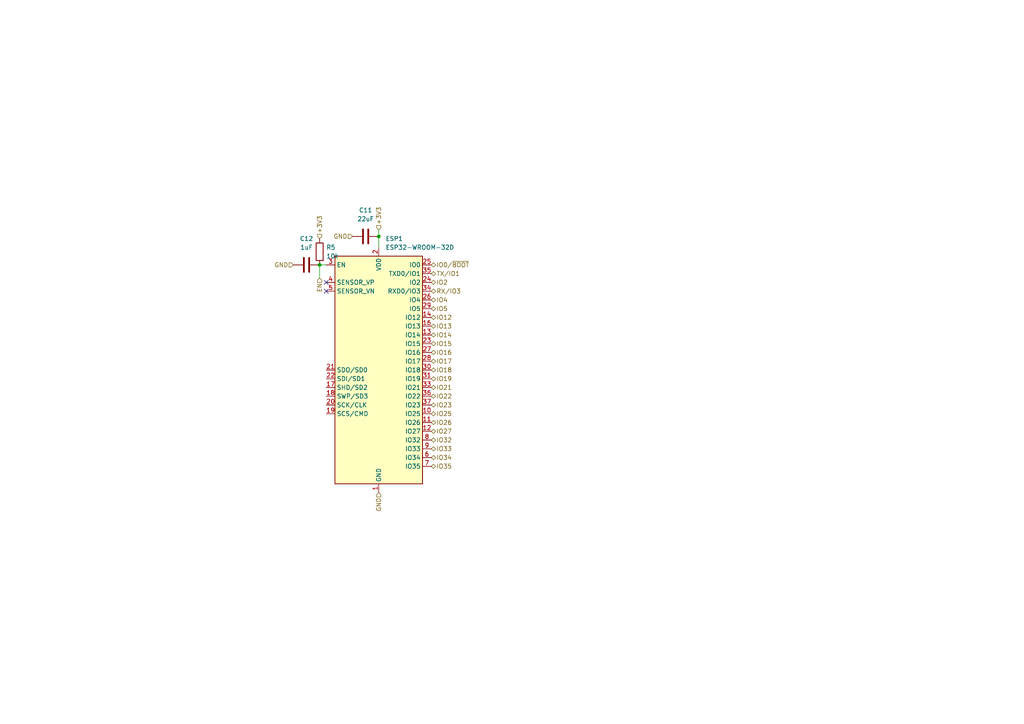
<source format=kicad_sch>
(kicad_sch (version 20230121) (generator eeschema)
  (paper "A4")
  (lib_symbols
    (symbol "Device:C" (pin_numbers hide) (pin_names (offset 0.254))
      (property "Reference" "C" (at 0.635 2.54 0))
      (property "Value" "C" (at 0.635 -2.54 0))
      (symbol "C_0_1"
        (polyline (pts (xy -2.032 -0.762) (xy 2.032 -0.762)) (stroke (width 0.508)))
        (polyline (pts (xy -2.032 0.762) (xy 2.032 0.762)) (stroke (width 0.508)))
      )
      (symbol "C_1_1"
        (pin passive line (at 0 3.81 270) (length 2.794) (name "~") (number "1"))
        (pin passive line (at 0 -3.81 90) (length 2.794) (name "~") (number "2"))
      )
    )
    (symbol "Device:R" (pin_numbers hide) (pin_names (offset 0))
      (property "Reference" "R" (at 2.032 0 90))
      (property "Value" "R" (at 0 0 90))
      (symbol "R_0_1"
        (rectangle (start -1.016 -2.54) (end 1.016 2.54) (stroke (width 0.254)))
      )
      (symbol "R_1_1"
        (pin passive line (at 0 3.81 270) (length 1.27) (name "~") (number "1"))
        (pin passive line (at 0 -3.81 90) (length 1.27) (name "~") (number "2"))
      )
    )
    (symbol "RF_Module:ESP32-WROOM-32D"
      (property "Reference" "U" (at -12.7 34.29 0))
      (property "Value" "ESP32-WROOM-32D" (at 1.27 34.29 0))
      (symbol "ESP32-WROOM-32D_0_1"
        (rectangle (start -12.7 33.02) (end 12.7 -33.02) (stroke (width 0.254)) (fill (type background)))
      )
      (symbol "ESP32-WROOM-32D_1_1"
        (pin power_in line (at 0 -35.56 90) (length 2.54) (name "GND") (number "1"))
        (pin bidirectional line (at 15.24 -12.7 180) (length 2.54) (name "IO25") (number "10"))
        (pin bidirectional line (at 15.24 -15.24 180) (length 2.54) (name "IO26") (number "11"))
        (pin bidirectional line (at 15.24 -17.78 180) (length 2.54) (name "IO27") (number "12"))
        (pin bidirectional line (at 15.24 10.16 180) (length 2.54) (name "IO14") (number "13"))
        (pin bidirectional line (at 15.24 15.24 180) (length 2.54) (name "IO12") (number "14"))
        (pin passive line (at 0 -35.56 90) (length 2.54) hide (name "GND") (number "15"))
        (pin bidirectional line (at 15.24 12.7 180) (length 2.54) (name "IO13") (number "16"))
        (pin bidirectional line (at -15.24 -5.08 0) (length 2.54) (name "SHD/SD2") (number "17"))
        (pin bidirectional line (at -15.24 -7.62 0) (length 2.54) (name "SWP/SD3") (number "18"))
        (pin bidirectional line (at -15.24 -12.7 0) (length 2.54) (name "SCS/CMD") (number "19"))
        (pin power_in line (at 0 35.56 270) (length 2.54) (name "VDD") (number "2"))
        (pin bidirectional line (at -15.24 -10.16 0) (length 2.54) (name "SCK/CLK") (number "20"))
        (pin bidirectional line (at -15.24 0 0) (length 2.54) (name "SDO/SD0") (number "21"))
        (pin bidirectional line (at -15.24 -2.54 0) (length 2.54) (name "SDI/SD1") (number "22"))
        (pin bidirectional line (at 15.24 7.62 180) (length 2.54) (name "IO15") (number "23"))
        (pin bidirectional line (at 15.24 25.4 180) (length 2.54) (name "IO2") (number "24"))
        (pin bidirectional line (at 15.24 30.48 180) (length 2.54) (name "IO0") (number "25"))
        (pin bidirectional line (at 15.24 20.32 180) (length 2.54) (name "IO4") (number "26"))
        (pin bidirectional line (at 15.24 5.08 180) (length 2.54) (name "IO16") (number "27"))
        (pin bidirectional line (at 15.24 2.54 180) (length 2.54) (name "IO17") (number "28"))
        (pin bidirectional line (at 15.24 17.78 180) (length 2.54) (name "IO5") (number "29"))
        (pin input line (at -15.24 30.48 0) (length 2.54) (name "EN") (number "3"))
        (pin bidirectional line (at 15.24 0 180) (length 2.54) (name "IO18") (number "30"))
        (pin bidirectional line (at 15.24 -2.54 180) (length 2.54) (name "IO19") (number "31"))
        (pin no_connect line (at -12.7 -27.94 0) (length 2.54) hide (name "NC") (number "32"))
        (pin bidirectional line (at 15.24 -5.08 180) (length 2.54) (name "IO21") (number "33"))
        (pin bidirectional line (at 15.24 22.86 180) (length 2.54) (name "RXD0/IO3") (number "34"))
        (pin bidirectional line (at 15.24 27.94 180) (length 2.54) (name "TXD0/IO1") (number "35"))
        (pin bidirectional line (at 15.24 -7.62 180) (length 2.54) (name "IO22") (number "36"))
        (pin bidirectional line (at 15.24 -10.16 180) (length 2.54) (name "IO23") (number "37"))
        (pin passive line (at 0 -35.56 90) (length 2.54) hide (name "GND") (number "38"))
        (pin passive line (at 0 -35.56 90) (length 2.54) hide (name "GND") (number "39"))
        (pin input line (at -15.24 25.4 0) (length 2.54) (name "SENSOR_VP") (number "4"))
        (pin input line (at -15.24 22.86 0) (length 2.54) (name "SENSOR_VN") (number "5"))
        (pin input line (at 15.24 -25.4 180) (length 2.54) (name "IO34") (number "6"))
        (pin input line (at 15.24 -27.94 180) (length 2.54) (name "IO35") (number "7"))
        (pin bidirectional line (at 15.24 -20.32 180) (length 2.54) (name "IO32") (number "8"))
        (pin bidirectional line (at 15.24 -22.86 180) (length 2.54) (name "IO33") (number "9"))
      )
    )
  )
  (junction (at 92.71 76.835))
  (junction (at 109.855 68.58))
  (no_connect (at 94.615 81.915))
  (no_connect (at 94.615 84.455))
  (wire (pts (xy 109.855 68.58) (xy 109.855 71.755)))
  (wire (pts (xy 92.71 76.835) (xy 92.71 80.645)))
  (wire (pts (xy 92.71 76.835) (xy 94.615 76.835)))
  (wire (pts (xy 109.855 66.675) (xy 109.855 68.58)))
  (hierarchical_label "GND" (shape input) (at 102.235 68.58 180))
  (hierarchical_label "EN" (shape input) (at 92.71 80.645 270))
  (hierarchical_label "IO19" (shape bidirectional) (at 125.095 109.855 0))
  (hierarchical_label "IO15" (shape bidirectional) (at 125.095 99.695 0))
  (hierarchical_label "+3V3" (shape input) (at 109.855 66.675 90))
  (hierarchical_label "GND" (shape input) (at 109.855 142.875 270))
  (hierarchical_label "IO4" (shape bidirectional) (at 125.095 86.995 0))
  (hierarchical_label "GND" (shape input) (at 85.09 76.835 180))
  (hierarchical_label "IO16" (shape bidirectional) (at 125.095 102.235 0))
  (hierarchical_label "IO12" (shape bidirectional) (at 125.095 92.075 0))
  (hierarchical_label "IO27" (shape bidirectional) (at 125.095 125.095 0))
  (hierarchical_label "IO13" (shape bidirectional) (at 125.095 94.615 0))
  (hierarchical_label "IO32" (shape bidirectional) (at 125.095 127.635 0))
  (hierarchical_label "IO17" (shape bidirectional) (at 125.095 104.775 0))
  (hierarchical_label "IO33" (shape bidirectional) (at 125.095 130.175 0))
  (hierarchical_label "RX{slash}IO3" (shape bidirectional) (at 125.095 84.455 0))
  (hierarchical_label "IO2" (shape bidirectional) (at 125.095 81.915 0))
  (hierarchical_label "IO34" (shape bidirectional) (at 125.095 132.715 0))
  (hierarchical_label "IO14" (shape bidirectional) (at 125.095 97.155 0))
  (hierarchical_label "IO21" (shape bidirectional) (at 125.095 112.395 0))
  (hierarchical_label "IO25" (shape bidirectional) (at 125.095 120.015 0))
  (hierarchical_label "IO35" (shape bidirectional) (at 125.095 135.255 0))
  (hierarchical_label "IO0{slash}~{BOOT}" (shape bidirectional) (at 125.095 76.835 0))
  (hierarchical_label "IO26" (shape bidirectional) (at 125.095 122.555 0))
  (hierarchical_label "IO18" (shape bidirectional) (at 125.095 107.315 0))
  (hierarchical_label "TX{slash}IO1" (shape bidirectional) (at 125.095 79.375 0))
  (hierarchical_label "IO23" (shape bidirectional) (at 125.095 117.475 0))
  (hierarchical_label "+3V3" (shape input) (at 92.71 69.215 90))
  (hierarchical_label "IO5" (shape bidirectional) (at 125.095 89.535 0))
  (hierarchical_label "IO22" (shape bidirectional) (at 125.095 114.935 0))
  (symbol (lib_id "Device:R") (at 92.71 73.025 180) (unit 1)
    (property "Reference" "R5" (at 94.615 71.755 0) (effects (justify right)))
    (property "Value" "10k" (at 94.615 74.295 0) (effects (justify right)))
    (property "Footprint" "Resistor_SMD:R_0603_1608Metric" (effects hide))
    (property "MFR" "0603WAF1002T5E" (effects hide))
    (property "LCSC" "C25804" (effects hide))
    (property "Description" "100mW Thick Film Resistors ±100ppm/℃ ±1% 10kΩ 0603  Chip Resistor - Surface Mount ROHS" (effects hide))
    (property "URL" "https://jlcpcb.com/partdetail/26547-0603WAF1002T5E/C25804" (effects hide))
    (instances (project "kiln_controller" (path "" (reference "R5") (unit 1))) (project "kicad_deps" (path "" (reference "R1_E1") (unit 1))))
  )
  (symbol (lib_id "Device:C") (at 106.045 68.58 270) (unit 1)
    (property "Reference" "C11" (at 106.045 60.96 90))
    (property "Value" "22uF" (at 106.045 63.5 90))
    (property "Footprint" "Capacitor_SMD:C_0603_1608Metric" (effects hide))
    (property "MFR" "CL10A226MP8NUNE" (effects hide))
    (property "LCSC" "C86295" (effects hide))
    (property "Description" "10V 22uF X5R ±20% 0603  Multilayer Ceramic Capacitors MLCC - SMD/SMT ROHS" (effects hide))
    (property "URL" "https://jlcpcb.com/partdetail/87471-CL10A226MP8NUNE/C86295" (effects hide))
    (instances (project "kiln_controller" (path "" (reference "C11") (unit 1))) (project "kicad_deps" (path "" (reference "C2_E1") (unit 1))))
  )
  (symbol (lib_id "Device:C") (at 88.9 76.835 270) (unit 1)
    (property "Reference" "C12" (at 88.9 69.215 90))
    (property "Value" "1uF" (at 88.9 71.755 90))
    (property "Footprint" "Capacitor_SMD:C_0603_1608Metric" (effects hide))
    (property "MFR" "CL10A105KO8NNNC" (effects hide))
    (property "LCSC" "C1592" (effects hide))
    (property "Description" "16V 1uF X5R ±10% 0603  Multilayer Ceramic Capacitors MLCC - SMD/SMT ROHS" (effects hide))
    (property "URL" "https://jlcpcb.com/partdetail/1944-CL10A105KO8NNNC/C1592" (effects hide))
    (instances (project "kiln_controller" (path "" (reference "C12") (unit 1))) (project "kicad_deps" (path "" (reference "C1_E1") (unit 1))))
  )
  (symbol (lib_id "RF_Module:ESP32-WROOM-32D") (at 109.855 107.315 0) (unit 1)
    (property "Reference" "ESP1" (at 111.8109 69.215 0) (effects (justify left)))
    (property "Value" "ESP32-WROOM-32D" (at 111.8109 71.755 0) (effects (justify left)))
    (property "Footprint" "RF_Module:ESP32-WROOM-32D" (effects hide))
    (property "Datasheet" "https://www.espressif.com/sites/default/files/documentation/esp32-wroom-32d_esp32-wroom-32u_datasheet_en.pdf" (effects hide))
    (property "MFR" "ESP32-WROOM-32E-N4" (effects hide))
    (property "LCSC" "C701341" (effects hide))
    (property "Description" "SMD,18x25.5mm  WiFi Modules ROHS" (effects hide))
    (property "URL" "https://jlcpcb.com/partdetail/EspressifSystems-ESP32_WROOM_32EN4/C701341" (effects hide))
  )
)
</source>
